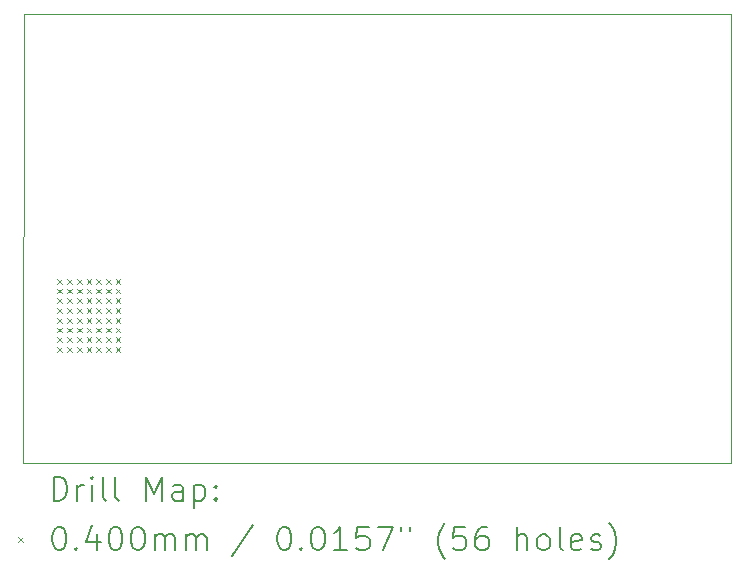
<source format=gbr>
%TF.GenerationSoftware,KiCad,Pcbnew,7.0.6*%
%TF.CreationDate,2024-04-19T14:08:24+03:00*%
%TF.ProjectId,esc,6573632e-6b69-4636-9164-5f7063625858,rev?*%
%TF.SameCoordinates,Original*%
%TF.FileFunction,Drillmap*%
%TF.FilePolarity,Positive*%
%FSLAX45Y45*%
G04 Gerber Fmt 4.5, Leading zero omitted, Abs format (unit mm)*
G04 Created by KiCad (PCBNEW 7.0.6) date 2024-04-19 14:08:24*
%MOMM*%
%LPD*%
G01*
G04 APERTURE LIST*
%ADD10C,0.100000*%
%ADD11C,0.200000*%
%ADD12C,0.040000*%
G04 APERTURE END LIST*
D10*
X10590000Y-3200000D02*
X4601000Y-3201000D01*
X10590000Y-6999000D02*
X10590000Y-3200000D01*
X10590000Y-6999000D02*
X4598500Y-7000000D01*
X4601000Y-3201000D02*
X4598500Y-7000000D01*
D11*
D12*
X4887000Y-5440000D02*
X4927000Y-5480000D01*
X4927000Y-5440000D02*
X4887000Y-5480000D01*
X4887000Y-5522000D02*
X4927000Y-5562000D01*
X4927000Y-5522000D02*
X4887000Y-5562000D01*
X4887000Y-5605000D02*
X4927000Y-5645000D01*
X4927000Y-5605000D02*
X4887000Y-5645000D01*
X4887000Y-5687000D02*
X4927000Y-5727000D01*
X4927000Y-5687000D02*
X4887000Y-5727000D01*
X4887000Y-5770000D02*
X4927000Y-5810000D01*
X4927000Y-5770000D02*
X4887000Y-5810000D01*
X4887000Y-5852000D02*
X4927000Y-5892000D01*
X4927000Y-5852000D02*
X4887000Y-5892000D01*
X4887000Y-5935000D02*
X4927000Y-5975000D01*
X4927000Y-5935000D02*
X4887000Y-5975000D01*
X4887000Y-6017000D02*
X4927000Y-6057000D01*
X4927000Y-6017000D02*
X4887000Y-6057000D01*
X4968000Y-5440000D02*
X5008000Y-5480000D01*
X5008000Y-5440000D02*
X4968000Y-5480000D01*
X4968000Y-5522000D02*
X5008000Y-5562000D01*
X5008000Y-5522000D02*
X4968000Y-5562000D01*
X4968000Y-5605000D02*
X5008000Y-5645000D01*
X5008000Y-5605000D02*
X4968000Y-5645000D01*
X4968000Y-5687000D02*
X5008000Y-5727000D01*
X5008000Y-5687000D02*
X4968000Y-5727000D01*
X4968000Y-5770000D02*
X5008000Y-5810000D01*
X5008000Y-5770000D02*
X4968000Y-5810000D01*
X4968000Y-5852000D02*
X5008000Y-5892000D01*
X5008000Y-5852000D02*
X4968000Y-5892000D01*
X4968000Y-5935000D02*
X5008000Y-5975000D01*
X5008000Y-5935000D02*
X4968000Y-5975000D01*
X4968000Y-6017000D02*
X5008000Y-6057000D01*
X5008000Y-6017000D02*
X4968000Y-6057000D01*
X5051000Y-5440000D02*
X5091000Y-5480000D01*
X5091000Y-5440000D02*
X5051000Y-5480000D01*
X5051000Y-5522000D02*
X5091000Y-5562000D01*
X5091000Y-5522000D02*
X5051000Y-5562000D01*
X5051000Y-5605000D02*
X5091000Y-5645000D01*
X5091000Y-5605000D02*
X5051000Y-5645000D01*
X5051000Y-5687000D02*
X5091000Y-5727000D01*
X5091000Y-5687000D02*
X5051000Y-5727000D01*
X5051000Y-5770000D02*
X5091000Y-5810000D01*
X5091000Y-5770000D02*
X5051000Y-5810000D01*
X5051000Y-5852000D02*
X5091000Y-5892000D01*
X5091000Y-5852000D02*
X5051000Y-5892000D01*
X5051000Y-5935000D02*
X5091000Y-5975000D01*
X5091000Y-5935000D02*
X5051000Y-5975000D01*
X5051000Y-6017000D02*
X5091000Y-6057000D01*
X5091000Y-6017000D02*
X5051000Y-6057000D01*
X5133000Y-5440000D02*
X5173000Y-5480000D01*
X5173000Y-5440000D02*
X5133000Y-5480000D01*
X5133000Y-5522000D02*
X5173000Y-5562000D01*
X5173000Y-5522000D02*
X5133000Y-5562000D01*
X5133000Y-5605000D02*
X5173000Y-5645000D01*
X5173000Y-5605000D02*
X5133000Y-5645000D01*
X5133000Y-5687000D02*
X5173000Y-5727000D01*
X5173000Y-5687000D02*
X5133000Y-5727000D01*
X5133000Y-5770000D02*
X5173000Y-5810000D01*
X5173000Y-5770000D02*
X5133000Y-5810000D01*
X5133000Y-5852000D02*
X5173000Y-5892000D01*
X5173000Y-5852000D02*
X5133000Y-5892000D01*
X5133000Y-5935000D02*
X5173000Y-5975000D01*
X5173000Y-5935000D02*
X5133000Y-5975000D01*
X5133000Y-6017000D02*
X5173000Y-6057000D01*
X5173000Y-6017000D02*
X5133000Y-6057000D01*
X5214000Y-5440000D02*
X5254000Y-5480000D01*
X5254000Y-5440000D02*
X5214000Y-5480000D01*
X5214000Y-5522000D02*
X5254000Y-5562000D01*
X5254000Y-5522000D02*
X5214000Y-5562000D01*
X5214000Y-5605000D02*
X5254000Y-5645000D01*
X5254000Y-5605000D02*
X5214000Y-5645000D01*
X5214000Y-5687000D02*
X5254000Y-5727000D01*
X5254000Y-5687000D02*
X5214000Y-5727000D01*
X5214000Y-5770000D02*
X5254000Y-5810000D01*
X5254000Y-5770000D02*
X5214000Y-5810000D01*
X5214000Y-5852000D02*
X5254000Y-5892000D01*
X5254000Y-5852000D02*
X5214000Y-5892000D01*
X5214000Y-5935000D02*
X5254000Y-5975000D01*
X5254000Y-5935000D02*
X5214000Y-5975000D01*
X5214000Y-6017000D02*
X5254000Y-6057000D01*
X5254000Y-6017000D02*
X5214000Y-6057000D01*
X5296000Y-5440000D02*
X5336000Y-5480000D01*
X5336000Y-5440000D02*
X5296000Y-5480000D01*
X5296000Y-5522000D02*
X5336000Y-5562000D01*
X5336000Y-5522000D02*
X5296000Y-5562000D01*
X5296000Y-5605000D02*
X5336000Y-5645000D01*
X5336000Y-5605000D02*
X5296000Y-5645000D01*
X5296000Y-5687000D02*
X5336000Y-5727000D01*
X5336000Y-5687000D02*
X5296000Y-5727000D01*
X5296000Y-5770000D02*
X5336000Y-5810000D01*
X5336000Y-5770000D02*
X5296000Y-5810000D01*
X5296000Y-5852000D02*
X5336000Y-5892000D01*
X5336000Y-5852000D02*
X5296000Y-5892000D01*
X5296000Y-5935000D02*
X5336000Y-5975000D01*
X5336000Y-5935000D02*
X5296000Y-5975000D01*
X5296000Y-6017000D02*
X5336000Y-6057000D01*
X5336000Y-6017000D02*
X5296000Y-6057000D01*
X5380000Y-5440000D02*
X5420000Y-5480000D01*
X5420000Y-5440000D02*
X5380000Y-5480000D01*
X5380000Y-5522000D02*
X5420000Y-5562000D01*
X5420000Y-5522000D02*
X5380000Y-5562000D01*
X5380000Y-5605000D02*
X5420000Y-5645000D01*
X5420000Y-5605000D02*
X5380000Y-5645000D01*
X5380000Y-5687000D02*
X5420000Y-5727000D01*
X5420000Y-5687000D02*
X5380000Y-5727000D01*
X5380000Y-5770000D02*
X5420000Y-5810000D01*
X5420000Y-5770000D02*
X5380000Y-5810000D01*
X5380000Y-5852000D02*
X5420000Y-5892000D01*
X5420000Y-5852000D02*
X5380000Y-5892000D01*
X5380000Y-5935000D02*
X5420000Y-5975000D01*
X5420000Y-5935000D02*
X5380000Y-5975000D01*
X5380000Y-6017000D02*
X5420000Y-6057000D01*
X5420000Y-6017000D02*
X5380000Y-6057000D01*
D11*
X4854277Y-7316484D02*
X4854277Y-7116484D01*
X4854277Y-7116484D02*
X4901896Y-7116484D01*
X4901896Y-7116484D02*
X4930467Y-7126008D01*
X4930467Y-7126008D02*
X4949515Y-7145055D01*
X4949515Y-7145055D02*
X4959039Y-7164103D01*
X4959039Y-7164103D02*
X4968563Y-7202198D01*
X4968563Y-7202198D02*
X4968563Y-7230769D01*
X4968563Y-7230769D02*
X4959039Y-7268865D01*
X4959039Y-7268865D02*
X4949515Y-7287912D01*
X4949515Y-7287912D02*
X4930467Y-7306960D01*
X4930467Y-7306960D02*
X4901896Y-7316484D01*
X4901896Y-7316484D02*
X4854277Y-7316484D01*
X5054277Y-7316484D02*
X5054277Y-7183150D01*
X5054277Y-7221246D02*
X5063801Y-7202198D01*
X5063801Y-7202198D02*
X5073324Y-7192674D01*
X5073324Y-7192674D02*
X5092372Y-7183150D01*
X5092372Y-7183150D02*
X5111420Y-7183150D01*
X5178086Y-7316484D02*
X5178086Y-7183150D01*
X5178086Y-7116484D02*
X5168563Y-7126008D01*
X5168563Y-7126008D02*
X5178086Y-7135531D01*
X5178086Y-7135531D02*
X5187610Y-7126008D01*
X5187610Y-7126008D02*
X5178086Y-7116484D01*
X5178086Y-7116484D02*
X5178086Y-7135531D01*
X5301896Y-7316484D02*
X5282848Y-7306960D01*
X5282848Y-7306960D02*
X5273324Y-7287912D01*
X5273324Y-7287912D02*
X5273324Y-7116484D01*
X5406658Y-7316484D02*
X5387610Y-7306960D01*
X5387610Y-7306960D02*
X5378086Y-7287912D01*
X5378086Y-7287912D02*
X5378086Y-7116484D01*
X5635229Y-7316484D02*
X5635229Y-7116484D01*
X5635229Y-7116484D02*
X5701896Y-7259341D01*
X5701896Y-7259341D02*
X5768562Y-7116484D01*
X5768562Y-7116484D02*
X5768562Y-7316484D01*
X5949515Y-7316484D02*
X5949515Y-7211722D01*
X5949515Y-7211722D02*
X5939991Y-7192674D01*
X5939991Y-7192674D02*
X5920943Y-7183150D01*
X5920943Y-7183150D02*
X5882848Y-7183150D01*
X5882848Y-7183150D02*
X5863801Y-7192674D01*
X5949515Y-7306960D02*
X5930467Y-7316484D01*
X5930467Y-7316484D02*
X5882848Y-7316484D01*
X5882848Y-7316484D02*
X5863801Y-7306960D01*
X5863801Y-7306960D02*
X5854277Y-7287912D01*
X5854277Y-7287912D02*
X5854277Y-7268865D01*
X5854277Y-7268865D02*
X5863801Y-7249817D01*
X5863801Y-7249817D02*
X5882848Y-7240293D01*
X5882848Y-7240293D02*
X5930467Y-7240293D01*
X5930467Y-7240293D02*
X5949515Y-7230769D01*
X6044753Y-7183150D02*
X6044753Y-7383150D01*
X6044753Y-7192674D02*
X6063801Y-7183150D01*
X6063801Y-7183150D02*
X6101896Y-7183150D01*
X6101896Y-7183150D02*
X6120943Y-7192674D01*
X6120943Y-7192674D02*
X6130467Y-7202198D01*
X6130467Y-7202198D02*
X6139991Y-7221246D01*
X6139991Y-7221246D02*
X6139991Y-7278388D01*
X6139991Y-7278388D02*
X6130467Y-7297436D01*
X6130467Y-7297436D02*
X6120943Y-7306960D01*
X6120943Y-7306960D02*
X6101896Y-7316484D01*
X6101896Y-7316484D02*
X6063801Y-7316484D01*
X6063801Y-7316484D02*
X6044753Y-7306960D01*
X6225705Y-7297436D02*
X6235229Y-7306960D01*
X6235229Y-7306960D02*
X6225705Y-7316484D01*
X6225705Y-7316484D02*
X6216182Y-7306960D01*
X6216182Y-7306960D02*
X6225705Y-7297436D01*
X6225705Y-7297436D02*
X6225705Y-7316484D01*
X6225705Y-7192674D02*
X6235229Y-7202198D01*
X6235229Y-7202198D02*
X6225705Y-7211722D01*
X6225705Y-7211722D02*
X6216182Y-7202198D01*
X6216182Y-7202198D02*
X6225705Y-7192674D01*
X6225705Y-7192674D02*
X6225705Y-7211722D01*
D12*
X4553500Y-7625000D02*
X4593500Y-7665000D01*
X4593500Y-7625000D02*
X4553500Y-7665000D01*
D11*
X4892372Y-7536484D02*
X4911420Y-7536484D01*
X4911420Y-7536484D02*
X4930467Y-7546008D01*
X4930467Y-7546008D02*
X4939991Y-7555531D01*
X4939991Y-7555531D02*
X4949515Y-7574579D01*
X4949515Y-7574579D02*
X4959039Y-7612674D01*
X4959039Y-7612674D02*
X4959039Y-7660293D01*
X4959039Y-7660293D02*
X4949515Y-7698388D01*
X4949515Y-7698388D02*
X4939991Y-7717436D01*
X4939991Y-7717436D02*
X4930467Y-7726960D01*
X4930467Y-7726960D02*
X4911420Y-7736484D01*
X4911420Y-7736484D02*
X4892372Y-7736484D01*
X4892372Y-7736484D02*
X4873324Y-7726960D01*
X4873324Y-7726960D02*
X4863801Y-7717436D01*
X4863801Y-7717436D02*
X4854277Y-7698388D01*
X4854277Y-7698388D02*
X4844753Y-7660293D01*
X4844753Y-7660293D02*
X4844753Y-7612674D01*
X4844753Y-7612674D02*
X4854277Y-7574579D01*
X4854277Y-7574579D02*
X4863801Y-7555531D01*
X4863801Y-7555531D02*
X4873324Y-7546008D01*
X4873324Y-7546008D02*
X4892372Y-7536484D01*
X5044753Y-7717436D02*
X5054277Y-7726960D01*
X5054277Y-7726960D02*
X5044753Y-7736484D01*
X5044753Y-7736484D02*
X5035229Y-7726960D01*
X5035229Y-7726960D02*
X5044753Y-7717436D01*
X5044753Y-7717436D02*
X5044753Y-7736484D01*
X5225705Y-7603150D02*
X5225705Y-7736484D01*
X5178086Y-7526960D02*
X5130467Y-7669817D01*
X5130467Y-7669817D02*
X5254277Y-7669817D01*
X5368563Y-7536484D02*
X5387610Y-7536484D01*
X5387610Y-7536484D02*
X5406658Y-7546008D01*
X5406658Y-7546008D02*
X5416182Y-7555531D01*
X5416182Y-7555531D02*
X5425705Y-7574579D01*
X5425705Y-7574579D02*
X5435229Y-7612674D01*
X5435229Y-7612674D02*
X5435229Y-7660293D01*
X5435229Y-7660293D02*
X5425705Y-7698388D01*
X5425705Y-7698388D02*
X5416182Y-7717436D01*
X5416182Y-7717436D02*
X5406658Y-7726960D01*
X5406658Y-7726960D02*
X5387610Y-7736484D01*
X5387610Y-7736484D02*
X5368563Y-7736484D01*
X5368563Y-7736484D02*
X5349515Y-7726960D01*
X5349515Y-7726960D02*
X5339991Y-7717436D01*
X5339991Y-7717436D02*
X5330467Y-7698388D01*
X5330467Y-7698388D02*
X5320944Y-7660293D01*
X5320944Y-7660293D02*
X5320944Y-7612674D01*
X5320944Y-7612674D02*
X5330467Y-7574579D01*
X5330467Y-7574579D02*
X5339991Y-7555531D01*
X5339991Y-7555531D02*
X5349515Y-7546008D01*
X5349515Y-7546008D02*
X5368563Y-7536484D01*
X5559039Y-7536484D02*
X5578086Y-7536484D01*
X5578086Y-7536484D02*
X5597134Y-7546008D01*
X5597134Y-7546008D02*
X5606658Y-7555531D01*
X5606658Y-7555531D02*
X5616182Y-7574579D01*
X5616182Y-7574579D02*
X5625705Y-7612674D01*
X5625705Y-7612674D02*
X5625705Y-7660293D01*
X5625705Y-7660293D02*
X5616182Y-7698388D01*
X5616182Y-7698388D02*
X5606658Y-7717436D01*
X5606658Y-7717436D02*
X5597134Y-7726960D01*
X5597134Y-7726960D02*
X5578086Y-7736484D01*
X5578086Y-7736484D02*
X5559039Y-7736484D01*
X5559039Y-7736484D02*
X5539991Y-7726960D01*
X5539991Y-7726960D02*
X5530467Y-7717436D01*
X5530467Y-7717436D02*
X5520944Y-7698388D01*
X5520944Y-7698388D02*
X5511420Y-7660293D01*
X5511420Y-7660293D02*
X5511420Y-7612674D01*
X5511420Y-7612674D02*
X5520944Y-7574579D01*
X5520944Y-7574579D02*
X5530467Y-7555531D01*
X5530467Y-7555531D02*
X5539991Y-7546008D01*
X5539991Y-7546008D02*
X5559039Y-7536484D01*
X5711420Y-7736484D02*
X5711420Y-7603150D01*
X5711420Y-7622198D02*
X5720943Y-7612674D01*
X5720943Y-7612674D02*
X5739991Y-7603150D01*
X5739991Y-7603150D02*
X5768563Y-7603150D01*
X5768563Y-7603150D02*
X5787610Y-7612674D01*
X5787610Y-7612674D02*
X5797134Y-7631722D01*
X5797134Y-7631722D02*
X5797134Y-7736484D01*
X5797134Y-7631722D02*
X5806658Y-7612674D01*
X5806658Y-7612674D02*
X5825705Y-7603150D01*
X5825705Y-7603150D02*
X5854277Y-7603150D01*
X5854277Y-7603150D02*
X5873324Y-7612674D01*
X5873324Y-7612674D02*
X5882848Y-7631722D01*
X5882848Y-7631722D02*
X5882848Y-7736484D01*
X5978086Y-7736484D02*
X5978086Y-7603150D01*
X5978086Y-7622198D02*
X5987610Y-7612674D01*
X5987610Y-7612674D02*
X6006658Y-7603150D01*
X6006658Y-7603150D02*
X6035229Y-7603150D01*
X6035229Y-7603150D02*
X6054277Y-7612674D01*
X6054277Y-7612674D02*
X6063801Y-7631722D01*
X6063801Y-7631722D02*
X6063801Y-7736484D01*
X6063801Y-7631722D02*
X6073324Y-7612674D01*
X6073324Y-7612674D02*
X6092372Y-7603150D01*
X6092372Y-7603150D02*
X6120943Y-7603150D01*
X6120943Y-7603150D02*
X6139991Y-7612674D01*
X6139991Y-7612674D02*
X6149515Y-7631722D01*
X6149515Y-7631722D02*
X6149515Y-7736484D01*
X6539991Y-7526960D02*
X6368563Y-7784103D01*
X6797134Y-7536484D02*
X6816182Y-7536484D01*
X6816182Y-7536484D02*
X6835229Y-7546008D01*
X6835229Y-7546008D02*
X6844753Y-7555531D01*
X6844753Y-7555531D02*
X6854277Y-7574579D01*
X6854277Y-7574579D02*
X6863801Y-7612674D01*
X6863801Y-7612674D02*
X6863801Y-7660293D01*
X6863801Y-7660293D02*
X6854277Y-7698388D01*
X6854277Y-7698388D02*
X6844753Y-7717436D01*
X6844753Y-7717436D02*
X6835229Y-7726960D01*
X6835229Y-7726960D02*
X6816182Y-7736484D01*
X6816182Y-7736484D02*
X6797134Y-7736484D01*
X6797134Y-7736484D02*
X6778086Y-7726960D01*
X6778086Y-7726960D02*
X6768563Y-7717436D01*
X6768563Y-7717436D02*
X6759039Y-7698388D01*
X6759039Y-7698388D02*
X6749515Y-7660293D01*
X6749515Y-7660293D02*
X6749515Y-7612674D01*
X6749515Y-7612674D02*
X6759039Y-7574579D01*
X6759039Y-7574579D02*
X6768563Y-7555531D01*
X6768563Y-7555531D02*
X6778086Y-7546008D01*
X6778086Y-7546008D02*
X6797134Y-7536484D01*
X6949515Y-7717436D02*
X6959039Y-7726960D01*
X6959039Y-7726960D02*
X6949515Y-7736484D01*
X6949515Y-7736484D02*
X6939991Y-7726960D01*
X6939991Y-7726960D02*
X6949515Y-7717436D01*
X6949515Y-7717436D02*
X6949515Y-7736484D01*
X7082848Y-7536484D02*
X7101896Y-7536484D01*
X7101896Y-7536484D02*
X7120944Y-7546008D01*
X7120944Y-7546008D02*
X7130467Y-7555531D01*
X7130467Y-7555531D02*
X7139991Y-7574579D01*
X7139991Y-7574579D02*
X7149515Y-7612674D01*
X7149515Y-7612674D02*
X7149515Y-7660293D01*
X7149515Y-7660293D02*
X7139991Y-7698388D01*
X7139991Y-7698388D02*
X7130467Y-7717436D01*
X7130467Y-7717436D02*
X7120944Y-7726960D01*
X7120944Y-7726960D02*
X7101896Y-7736484D01*
X7101896Y-7736484D02*
X7082848Y-7736484D01*
X7082848Y-7736484D02*
X7063801Y-7726960D01*
X7063801Y-7726960D02*
X7054277Y-7717436D01*
X7054277Y-7717436D02*
X7044753Y-7698388D01*
X7044753Y-7698388D02*
X7035229Y-7660293D01*
X7035229Y-7660293D02*
X7035229Y-7612674D01*
X7035229Y-7612674D02*
X7044753Y-7574579D01*
X7044753Y-7574579D02*
X7054277Y-7555531D01*
X7054277Y-7555531D02*
X7063801Y-7546008D01*
X7063801Y-7546008D02*
X7082848Y-7536484D01*
X7339991Y-7736484D02*
X7225706Y-7736484D01*
X7282848Y-7736484D02*
X7282848Y-7536484D01*
X7282848Y-7536484D02*
X7263801Y-7565055D01*
X7263801Y-7565055D02*
X7244753Y-7584103D01*
X7244753Y-7584103D02*
X7225706Y-7593627D01*
X7520944Y-7536484D02*
X7425706Y-7536484D01*
X7425706Y-7536484D02*
X7416182Y-7631722D01*
X7416182Y-7631722D02*
X7425706Y-7622198D01*
X7425706Y-7622198D02*
X7444753Y-7612674D01*
X7444753Y-7612674D02*
X7492372Y-7612674D01*
X7492372Y-7612674D02*
X7511420Y-7622198D01*
X7511420Y-7622198D02*
X7520944Y-7631722D01*
X7520944Y-7631722D02*
X7530467Y-7650769D01*
X7530467Y-7650769D02*
X7530467Y-7698388D01*
X7530467Y-7698388D02*
X7520944Y-7717436D01*
X7520944Y-7717436D02*
X7511420Y-7726960D01*
X7511420Y-7726960D02*
X7492372Y-7736484D01*
X7492372Y-7736484D02*
X7444753Y-7736484D01*
X7444753Y-7736484D02*
X7425706Y-7726960D01*
X7425706Y-7726960D02*
X7416182Y-7717436D01*
X7597134Y-7536484D02*
X7730467Y-7536484D01*
X7730467Y-7536484D02*
X7644753Y-7736484D01*
X7797134Y-7536484D02*
X7797134Y-7574579D01*
X7873325Y-7536484D02*
X7873325Y-7574579D01*
X8168563Y-7812674D02*
X8159039Y-7803150D01*
X8159039Y-7803150D02*
X8139991Y-7774579D01*
X8139991Y-7774579D02*
X8130468Y-7755531D01*
X8130468Y-7755531D02*
X8120944Y-7726960D01*
X8120944Y-7726960D02*
X8111420Y-7679341D01*
X8111420Y-7679341D02*
X8111420Y-7641246D01*
X8111420Y-7641246D02*
X8120944Y-7593627D01*
X8120944Y-7593627D02*
X8130468Y-7565055D01*
X8130468Y-7565055D02*
X8139991Y-7546008D01*
X8139991Y-7546008D02*
X8159039Y-7517436D01*
X8159039Y-7517436D02*
X8168563Y-7507912D01*
X8339991Y-7536484D02*
X8244753Y-7536484D01*
X8244753Y-7536484D02*
X8235229Y-7631722D01*
X8235229Y-7631722D02*
X8244753Y-7622198D01*
X8244753Y-7622198D02*
X8263801Y-7612674D01*
X8263801Y-7612674D02*
X8311420Y-7612674D01*
X8311420Y-7612674D02*
X8330468Y-7622198D01*
X8330468Y-7622198D02*
X8339991Y-7631722D01*
X8339991Y-7631722D02*
X8349515Y-7650769D01*
X8349515Y-7650769D02*
X8349515Y-7698388D01*
X8349515Y-7698388D02*
X8339991Y-7717436D01*
X8339991Y-7717436D02*
X8330468Y-7726960D01*
X8330468Y-7726960D02*
X8311420Y-7736484D01*
X8311420Y-7736484D02*
X8263801Y-7736484D01*
X8263801Y-7736484D02*
X8244753Y-7726960D01*
X8244753Y-7726960D02*
X8235229Y-7717436D01*
X8520944Y-7536484D02*
X8482849Y-7536484D01*
X8482849Y-7536484D02*
X8463801Y-7546008D01*
X8463801Y-7546008D02*
X8454277Y-7555531D01*
X8454277Y-7555531D02*
X8435230Y-7584103D01*
X8435230Y-7584103D02*
X8425706Y-7622198D01*
X8425706Y-7622198D02*
X8425706Y-7698388D01*
X8425706Y-7698388D02*
X8435230Y-7717436D01*
X8435230Y-7717436D02*
X8444753Y-7726960D01*
X8444753Y-7726960D02*
X8463801Y-7736484D01*
X8463801Y-7736484D02*
X8501896Y-7736484D01*
X8501896Y-7736484D02*
X8520944Y-7726960D01*
X8520944Y-7726960D02*
X8530468Y-7717436D01*
X8530468Y-7717436D02*
X8539991Y-7698388D01*
X8539991Y-7698388D02*
X8539991Y-7650769D01*
X8539991Y-7650769D02*
X8530468Y-7631722D01*
X8530468Y-7631722D02*
X8520944Y-7622198D01*
X8520944Y-7622198D02*
X8501896Y-7612674D01*
X8501896Y-7612674D02*
X8463801Y-7612674D01*
X8463801Y-7612674D02*
X8444753Y-7622198D01*
X8444753Y-7622198D02*
X8435230Y-7631722D01*
X8435230Y-7631722D02*
X8425706Y-7650769D01*
X8778087Y-7736484D02*
X8778087Y-7536484D01*
X8863801Y-7736484D02*
X8863801Y-7631722D01*
X8863801Y-7631722D02*
X8854277Y-7612674D01*
X8854277Y-7612674D02*
X8835230Y-7603150D01*
X8835230Y-7603150D02*
X8806658Y-7603150D01*
X8806658Y-7603150D02*
X8787611Y-7612674D01*
X8787611Y-7612674D02*
X8778087Y-7622198D01*
X8987611Y-7736484D02*
X8968563Y-7726960D01*
X8968563Y-7726960D02*
X8959039Y-7717436D01*
X8959039Y-7717436D02*
X8949515Y-7698388D01*
X8949515Y-7698388D02*
X8949515Y-7641246D01*
X8949515Y-7641246D02*
X8959039Y-7622198D01*
X8959039Y-7622198D02*
X8968563Y-7612674D01*
X8968563Y-7612674D02*
X8987611Y-7603150D01*
X8987611Y-7603150D02*
X9016182Y-7603150D01*
X9016182Y-7603150D02*
X9035230Y-7612674D01*
X9035230Y-7612674D02*
X9044753Y-7622198D01*
X9044753Y-7622198D02*
X9054277Y-7641246D01*
X9054277Y-7641246D02*
X9054277Y-7698388D01*
X9054277Y-7698388D02*
X9044753Y-7717436D01*
X9044753Y-7717436D02*
X9035230Y-7726960D01*
X9035230Y-7726960D02*
X9016182Y-7736484D01*
X9016182Y-7736484D02*
X8987611Y-7736484D01*
X9168563Y-7736484D02*
X9149515Y-7726960D01*
X9149515Y-7726960D02*
X9139992Y-7707912D01*
X9139992Y-7707912D02*
X9139992Y-7536484D01*
X9320944Y-7726960D02*
X9301896Y-7736484D01*
X9301896Y-7736484D02*
X9263801Y-7736484D01*
X9263801Y-7736484D02*
X9244753Y-7726960D01*
X9244753Y-7726960D02*
X9235230Y-7707912D01*
X9235230Y-7707912D02*
X9235230Y-7631722D01*
X9235230Y-7631722D02*
X9244753Y-7612674D01*
X9244753Y-7612674D02*
X9263801Y-7603150D01*
X9263801Y-7603150D02*
X9301896Y-7603150D01*
X9301896Y-7603150D02*
X9320944Y-7612674D01*
X9320944Y-7612674D02*
X9330468Y-7631722D01*
X9330468Y-7631722D02*
X9330468Y-7650769D01*
X9330468Y-7650769D02*
X9235230Y-7669817D01*
X9406658Y-7726960D02*
X9425706Y-7736484D01*
X9425706Y-7736484D02*
X9463801Y-7736484D01*
X9463801Y-7736484D02*
X9482849Y-7726960D01*
X9482849Y-7726960D02*
X9492373Y-7707912D01*
X9492373Y-7707912D02*
X9492373Y-7698388D01*
X9492373Y-7698388D02*
X9482849Y-7679341D01*
X9482849Y-7679341D02*
X9463801Y-7669817D01*
X9463801Y-7669817D02*
X9435230Y-7669817D01*
X9435230Y-7669817D02*
X9416182Y-7660293D01*
X9416182Y-7660293D02*
X9406658Y-7641246D01*
X9406658Y-7641246D02*
X9406658Y-7631722D01*
X9406658Y-7631722D02*
X9416182Y-7612674D01*
X9416182Y-7612674D02*
X9435230Y-7603150D01*
X9435230Y-7603150D02*
X9463801Y-7603150D01*
X9463801Y-7603150D02*
X9482849Y-7612674D01*
X9559039Y-7812674D02*
X9568563Y-7803150D01*
X9568563Y-7803150D02*
X9587611Y-7774579D01*
X9587611Y-7774579D02*
X9597134Y-7755531D01*
X9597134Y-7755531D02*
X9606658Y-7726960D01*
X9606658Y-7726960D02*
X9616182Y-7679341D01*
X9616182Y-7679341D02*
X9616182Y-7641246D01*
X9616182Y-7641246D02*
X9606658Y-7593627D01*
X9606658Y-7593627D02*
X9597134Y-7565055D01*
X9597134Y-7565055D02*
X9587611Y-7546008D01*
X9587611Y-7546008D02*
X9568563Y-7517436D01*
X9568563Y-7517436D02*
X9559039Y-7507912D01*
M02*

</source>
